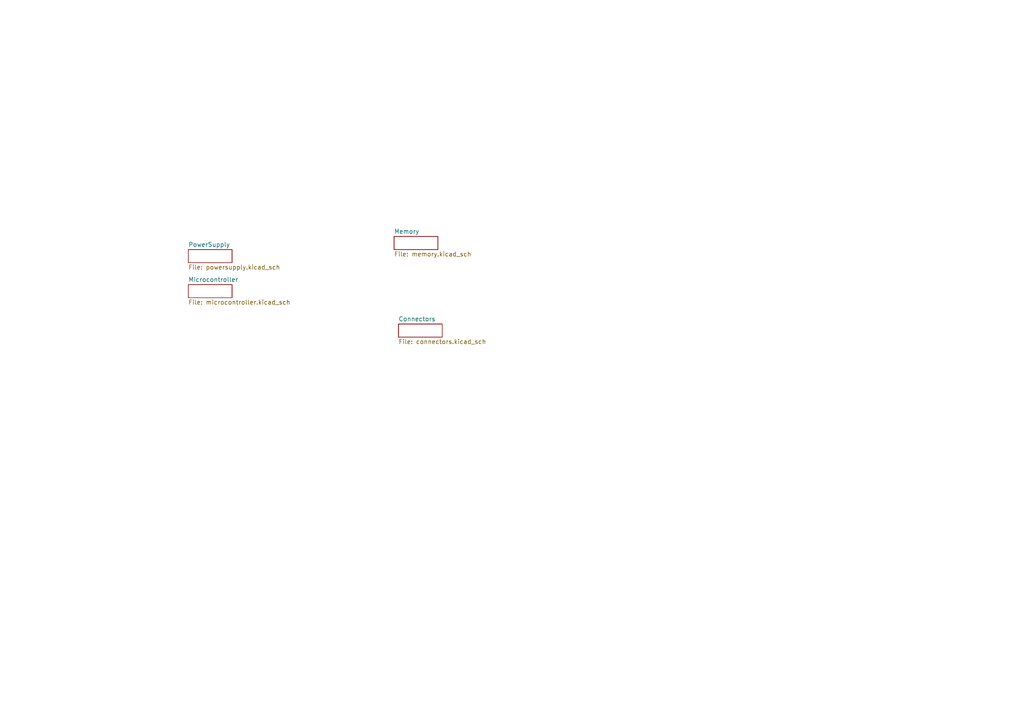
<source format=kicad_sch>
(kicad_sch
	(version 20250114)
	(generator "eeschema")
	(generator_version "9.0")
	(uuid "19b64aac-64bd-4c54-a99c-a0b483f909ad")
	(paper "A4")
	(title_block
		(title "Quark U5 SOM")
		(date "2025-05-08")
		(rev "a")
	)
	(lib_symbols)
	(sheet
		(at 114.3 68.58)
		(size 12.7 3.81)
		(exclude_from_sim no)
		(in_bom yes)
		(on_board yes)
		(dnp no)
		(fields_autoplaced yes)
		(stroke
			(width 0.1524)
			(type solid)
		)
		(fill
			(color 0 0 0 0.0000)
		)
		(uuid "43fe20b8-56bd-4bd3-a4ae-b1d257c11488")
		(property "Sheetname" "Memory"
			(at 114.3 67.8684 0)
			(effects
				(font
					(size 1.27 1.27)
				)
				(justify left bottom)
			)
		)
		(property "Sheetfile" "memory.kicad_sch"
			(at 114.3 72.9746 0)
			(effects
				(font
					(size 1.27 1.27)
				)
				(justify left top)
			)
		)
		(instances
			(project "quark-u5-som"
				(path "/19b64aac-64bd-4c54-a99c-a0b483f909ad"
					(page "4")
				)
			)
		)
	)
	(sheet
		(at 54.61 82.55)
		(size 12.7 3.81)
		(exclude_from_sim no)
		(in_bom yes)
		(on_board yes)
		(dnp no)
		(fields_autoplaced yes)
		(stroke
			(width 0.1524)
			(type solid)
		)
		(fill
			(color 0 0 0 0.0000)
		)
		(uuid "4751a40f-b828-4360-a949-b86260c20038")
		(property "Sheetname" "Microcontroller"
			(at 54.61 81.8384 0)
			(effects
				(font
					(size 1.27 1.27)
				)
				(justify left bottom)
			)
		)
		(property "Sheetfile" "microcontroller.kicad_sch"
			(at 54.61 86.9446 0)
			(effects
				(font
					(size 1.27 1.27)
				)
				(justify left top)
			)
		)
		(instances
			(project "quark-u5-som"
				(path "/19b64aac-64bd-4c54-a99c-a0b483f909ad"
					(page "2")
				)
			)
		)
	)
	(sheet
		(at 115.57 93.98)
		(size 12.7 3.81)
		(exclude_from_sim no)
		(in_bom yes)
		(on_board yes)
		(dnp no)
		(fields_autoplaced yes)
		(stroke
			(width 0.1524)
			(type solid)
		)
		(fill
			(color 0 0 0 0.0000)
		)
		(uuid "796a0514-5f3a-4f96-9893-2e8206944439")
		(property "Sheetname" "Connectors"
			(at 115.57 93.2684 0)
			(effects
				(font
					(size 1.27 1.27)
				)
				(justify left bottom)
			)
		)
		(property "Sheetfile" "connectors.kicad_sch"
			(at 115.57 98.3746 0)
			(effects
				(font
					(size 1.27 1.27)
				)
				(justify left top)
			)
		)
		(instances
			(project "quark-u5-som"
				(path "/19b64aac-64bd-4c54-a99c-a0b483f909ad"
					(page "3")
				)
			)
		)
	)
	(sheet
		(at 54.61 72.39)
		(size 12.7 3.81)
		(exclude_from_sim no)
		(in_bom yes)
		(on_board yes)
		(dnp no)
		(fields_autoplaced yes)
		(stroke
			(width 0.1524)
			(type solid)
		)
		(fill
			(color 0 0 0 0.0000)
		)
		(uuid "7b3a2f9f-cbe2-49c6-a01a-8ead4efa6503")
		(property "Sheetname" "PowerSupply"
			(at 54.61 71.6784 0)
			(effects
				(font
					(size 1.27 1.27)
				)
				(justify left bottom)
			)
		)
		(property "Sheetfile" "powersupply.kicad_sch"
			(at 54.61 76.7846 0)
			(effects
				(font
					(size 1.27 1.27)
				)
				(justify left top)
			)
		)
		(instances
			(project "quark-u5-som"
				(path "/19b64aac-64bd-4c54-a99c-a0b483f909ad"
					(page "5")
				)
			)
		)
	)
	(sheet_instances
		(path "/"
			(page "1")
		)
	)
	(embedded_fonts no)
)

</source>
